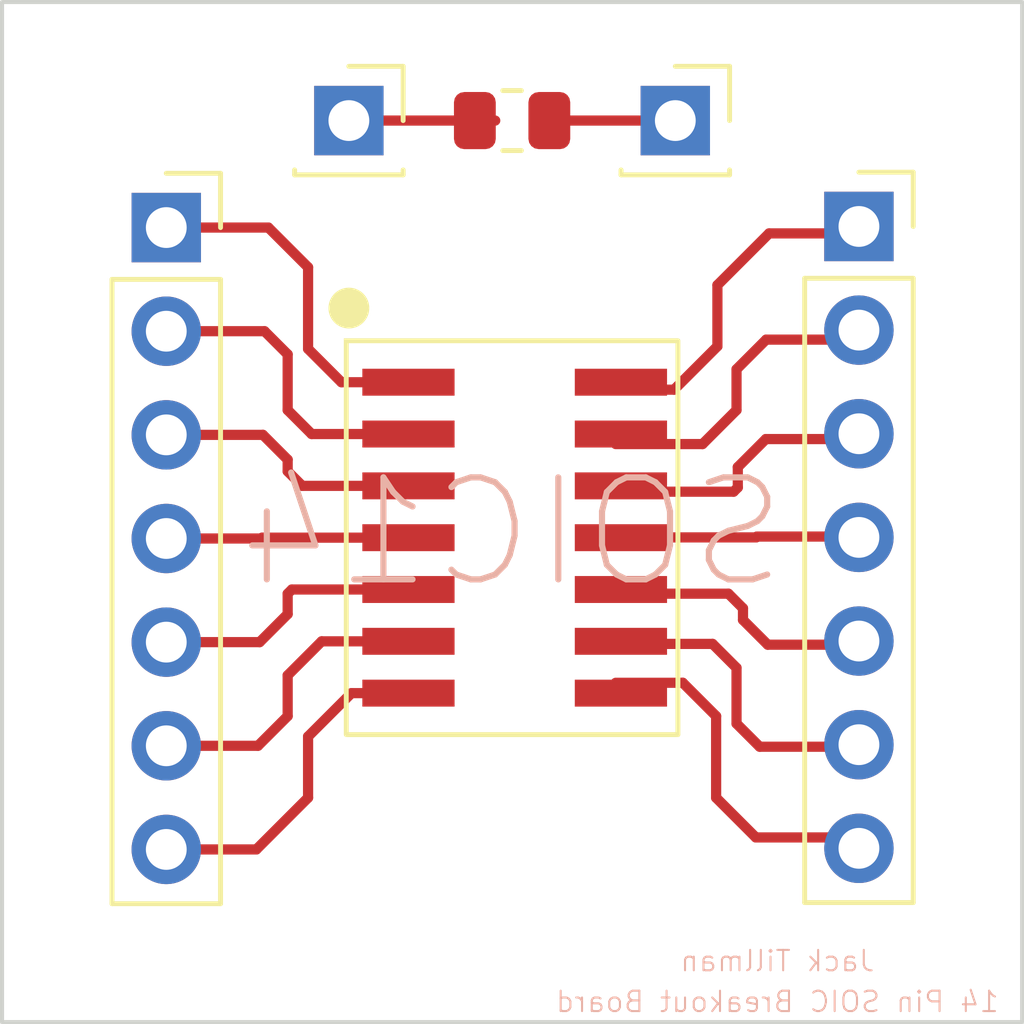
<source format=kicad_pcb>
(kicad_pcb (version 20211014) (generator pcbnew)
  (layers (0 "F.Cu" signal) (31 "B.Cu" signal) (34 "B.Paste" user) (35 "F.Paste" user) (36 "B.SilkS" user "B.Silkscreen") (37 "F.SilkS" user "F.Silkscreen") (38 "B.Mask" user) (39 "F.Mask" user) (44 "Edge.Cuts" user))
  (net 0 "")
  (net 1 "Net-(J1-Pad1)")
  (net 2 "Net-(J1-Pad2)")
  (net 3 "Net-(J1-Pad3)")
  (net 4 "Net-(J1-Pad4)")
  (net 5 "Net-(J3-Pad1)")
  (net 6 "Net-(J4-Pad1)")
  (net 7 "Net-(J1-Pad5)")
  (net 8 "Net-(J1-Pad6)")
  (net 9 "Net-(J1-Pad7)")
  (net 10 "Net-(J2-Pad1)")
  (net 11 "Net-(J2-Pad2)")
  (net 12 "Net-(J2-Pad3)")
  (net 13 "Net-(J2-Pad4)")
  (net 14 "Net-(J2-Pad5)")
  (net 15 "Net-(J2-Pad6)")
  (net 16 "Net-(J2-Pad7)")
  (footprint "Connector_PinSocket_2.54mm:PinSocket_1x07_P2.54mm_Vertical" (layer "F.Cu") (at 146.025 94.027)
    (fp_text reference "J1" hide)
    (fp_text value "Conn_01x07" hide)
    (fp_line (start 1.33 -1.33) (end 1.33 0) (layer "F.SilkS") (width 0.12))
    (fp_line (start -1.33 1.27) (end 1.33 1.27) (layer "F.SilkS") (width 0.12))
    (fp_line (start -1.33 1.27) (end -1.33 16.57) (layer "F.SilkS") (width 0.12))
    (fp_line (start 1.33 1.27) (end 1.33 16.57) (layer "F.SilkS") (width 0.12))
    (fp_line (start -1.33 16.57) (end 1.33 16.57) (layer "F.SilkS") (width 0.12))
    (fp_line (start 0 -1.33) (end 1.33 -1.33) (layer "F.SilkS") (width 0.12))
    (pad "1" thru_hole rect (at 0 0) (size 1.7 1.7) (drill 1) (layers *.Cu *.Mask) (net 1 "Net-(J1-Pad1)"))
    (pad "2" thru_hole oval (at 0 2.54) (size 1.7 1.7) (drill 1) (layers *.Cu *.Mask) (net 2 "Net-(J1-Pad2)"))
    (pad "3" thru_hole oval (at 0 5.08) (size 1.7 1.7) (drill 1) (layers *.Cu *.Mask) (net 3 "Net-(J1-Pad3)"))
    (pad "4" thru_hole oval (at 0 7.62) (size 1.7 1.7) (drill 1) (layers *.Cu *.Mask) (net 4 "Net-(J1-Pad4)"))
    (pad "5" thru_hole oval (at 0 10.16) (size 1.7 1.7) (drill 1) (layers *.Cu *.Mask) (net 7 "Net-(J1-Pad5)"))
    (pad "6" thru_hole oval (at 0 12.7) (size 1.7 1.7) (drill 1) (layers *.Cu *.Mask) (net 8 "Net-(J1-Pad6)"))
    (pad "7" thru_hole oval (at 0 15.24) (size 1.7 1.7) (drill 1) (layers *.Cu *.Mask) (net 9 "Net-(J1-Pad7)"))
  )
  (footprint "SOIC_Footprints:14_Pin_SOIC_Board" (layer "F.Cu") (at 154.627 101.5)
    (fp_text reference "SOIC14" (at -0.126 0 unlocked) (layer "B.SilkS") (effects (font (size 2.5 2.5)) (justify mirror)))
    (fp_text value "14_Pin_SOIC_Board" hide)
    (fp_rect (start -4.191 -4.699) (end 3.937 4.953) (layer "F.SilkS") (width 0.12) (fill none))
    (pad "1" smd rect (at -2.667 -3.683) (size 2.2606 0.6604) (layers "F.Cu" "F.Paste" "F.Mask") (net 1 "Net-(J1-Pad1)"))
    (pad "2" smd rect (at -2.667 -2.413) (size 2.2606 0.6604) (layers "F.Cu" "F.Paste" "F.Mask") (net 2 "Net-(J1-Pad2)"))
    (pad "3" smd rect (at -2.667 -1.143) (size 2.2606 0.6604) (layers "F.Cu" "F.Paste" "F.Mask") (net 3 "Net-(J1-Pad3)"))
    (pad "4" smd rect (at -2.667 0.127) (size 2.2606 0.6604) (layers "F.Cu" "F.Paste" "F.Mask") (net 4 "Net-(J1-Pad4)"))
    (pad "5" smd rect (at -2.667 1.397) (size 2.2606 0.6604) (layers "F.Cu" "F.Paste" "F.Mask") (net 7 "Net-(J1-Pad5)"))
    (pad "6" smd rect (at -2.667 2.667) (size 2.2606 0.6604) (layers "F.Cu" "F.Paste" "F.Mask") (net 8 "Net-(J1-Pad6)"))
    (pad "7" smd rect (at -2.667 3.937) (size 2.2606 0.6604) (layers "F.Cu" "F.Paste" "F.Mask") (net 9 "Net-(J1-Pad7)"))
    (pad "8" smd rect (at 2.54 3.937) (size 2.2606 0.6604) (layers "F.Cu" "F.Paste" "F.Mask") (net 16 "Net-(J2-Pad7)"))
    (pad "9" smd rect (at 2.54 2.667) (size 2.2606 0.6604) (layers "F.Cu" "F.Paste" "F.Mask") (net 15 "Net-(J2-Pad6)"))
    (pad "10" smd rect (at 2.54 1.397) (size 2.2606 0.6604) (layers "F.Cu" "F.Paste" "F.Mask") (net 14 "Net-(J2-Pad5)"))
    (pad "11" smd rect (at 2.54 0.127) (size 2.2606 0.6604) (layers "F.Cu" "F.Paste" "F.Mask") (net 13 "Net-(J2-Pad4)"))
    (pad "12" smd rect (at 2.54 -1.143) (size 2.2606 0.6604) (layers "F.Cu" "F.Paste" "F.Mask") (net 12 "Net-(J2-Pad3)"))
    (pad "13" smd rect (at 2.54 -2.413) (size 2.2606 0.6604) (layers "F.Cu" "F.Paste" "F.Mask") (net 11 "Net-(J2-Pad2)"))
    (pad "14" smd rect (at 2.54 -3.683) (size 2.2606 0.6604) (layers "F.Cu" "F.Paste" "F.Mask") (net 10 "Net-(J2-Pad1)"))
  )
  (footprint "Connector_PinSocket_2.54mm:PinSocket_1x01_P2.54mm_Vertical" (layer "F.Cu") (at 158.5 91.405)
    (fp_text reference "J3" hide)
    (fp_text value "Conn_01x01" hide)
    (fp_line (start 0 -1.33) (end 1.33 -1.33) (layer "F.SilkS") (width 0.12))
    (fp_line (start -1.33 1.33) (end 1.33 1.33) (layer "F.SilkS") (width 0.12))
    (fp_line (start 1.33 -1.33) (end 1.33 0) (layer "F.SilkS") (width 0.12))
    (fp_line (start 1.33 1.21) (end 1.33 1.33) (layer "F.SilkS") (width 0.12))
    (fp_line (start -1.33 1.21) (end -1.33 1.33) (layer "F.SilkS") (width 0.12))
    (pad "1" thru_hole rect (at 0 0) (size 1.7 1.7) (drill 1) (layers *.Cu *.Mask) (net 5 "Net-(J3-Pad1)"))
  )
  (footprint "Resistor_SMD:R_0805_2012Metric" (layer "F.Cu") (at 154.5 91.405)
    (fp_text reference "R1" hide)
    (fp_text value "R_US" hide)
    (fp_line (start -0.227064 0.735) (end 0.227064 0.735) (layer "F.SilkS") (width 0.12))
    (fp_line (start -0.227064 -0.735) (end 0.227064 -0.735) (layer "F.SilkS") (width 0.12))
    (pad "1" smd roundrect (at -0.9125 0) (size 1.025 1.4) (layers "F.Cu" "F.Paste" "F.Mask") (roundrect_rratio 0.243902) (net 6 "Net-(J4-Pad1)"))
    (pad "2" smd roundrect (at 0.9125 0) (size 1.025 1.4) (layers "F.Cu" "F.Paste" "F.Mask") (roundrect_rratio 0.243902) (net 5 "Net-(J3-Pad1)"))
  )
  (footprint "Connector_PinSocket_2.54mm:PinSocket_1x01_P2.54mm_Vertical" (layer "F.Cu") (at 150.5 91.405)
    (fp_text reference "J4" hide)
    (fp_text value "Conn_01x01" hide)
    (fp_line (start -1.33 1.33) (end 1.33 1.33) (layer "F.SilkS") (width 0.12))
    (fp_line (start 1.33 1.21) (end 1.33 1.33) (layer "F.SilkS") (width 0.12))
    (fp_line (start 1.33 -1.33) (end 1.33 0) (layer "F.SilkS") (width 0.12))
    (fp_line (start 0 -1.33) (end 1.33 -1.33) (layer "F.SilkS") (width 0.12))
    (fp_line (start -1.33 1.21) (end -1.33 1.33) (layer "F.SilkS") (width 0.12))
    (pad "1" thru_hole rect (at 0 0) (size 1.7 1.7) (drill 1) (layers *.Cu *.Mask) (net 6 "Net-(J4-Pad1)"))
  )
  (footprint "Connector_PinSocket_2.54mm:PinSocket_1x07_P2.54mm_Vertical" (layer "F.Cu") (at 163 94)
    (fp_text reference "J2" hide)
    (fp_text value "Conn_01x07" hide)
    (fp_line (start -1.33 16.57) (end 1.33 16.57) (layer "F.SilkS") (width 0.12))
    (fp_line (start -1.33 1.27) (end -1.33 16.57) (layer "F.SilkS") (width 0.12))
    (fp_line (start 1.33 -1.33) (end 1.33 0) (layer "F.SilkS") (width 0.12))
    (fp_line (start 1.33 1.27) (end 1.33 16.57) (layer "F.SilkS") (width 0.12))
    (fp_line (start 0 -1.33) (end 1.33 -1.33) (layer "F.SilkS") (width 0.12))
    (fp_line (start -1.33 1.27) (end 1.33 1.27) (layer "F.SilkS") (width 0.12))
    (pad "1" thru_hole rect (at 0 0) (size 1.7 1.7) (drill 1) (layers *.Cu *.Mask) (net 10 "Net-(J2-Pad1)"))
    (pad "2" thru_hole oval (at 0 2.54) (size 1.7 1.7) (drill 1) (layers *.Cu *.Mask) (net 11 "Net-(J2-Pad2)"))
    (pad "3" thru_hole oval (at 0 5.08) (size 1.7 1.7) (drill 1) (layers *.Cu *.Mask) (net 12 "Net-(J2-Pad3)"))
    (pad "4" thru_hole oval (at 0 7.62) (size 1.7 1.7) (drill 1) (layers *.Cu *.Mask) (net 13 "Net-(J2-Pad4)"))
    (pad "5" thru_hole oval (at 0 10.16) (size 1.7 1.7) (drill 1) (layers *.Cu *.Mask) (net 14 "Net-(J2-Pad5)"))
    (pad "6" thru_hole oval (at 0 12.7) (size 1.7 1.7) (drill 1) (layers *.Cu *.Mask) (net 15 "Net-(J2-Pad6)"))
    (pad "7" thru_hole oval (at 0 15.24) (size 1.7 1.7) (drill 1) (layers *.Cu *.Mask) (net 16 "Net-(J2-Pad7)"))
  )
  (gr_circle (center 150.5 96) (end 150.9 96) (layer "F.SilkS") (width 0.2) (fill solid))
  (gr_rect (start 142 88.5) (end 167 113.5) (layer "Edge.Cuts") (width 0.1) (fill none))
  (gr_text "14 Pin SOIC Breakout Board" (at 161 113) (layer "B.SilkS") (effects (font (size 0.5 0.5) (thickness 0.05)) (justify mirror)))
  (gr_text "Jack Tillman" (at 161 112) (layer "B.SilkS") (effects (font (size 0.5 0.5) (thickness 0.05)) (justify mirror)))
  (segment (start 149.5 97) (end 150.317 97.817) (width 0.25) (layer "F.Cu") (net 1))
  (segment (start 148.527 94.027) (end 149.5 95) (width 0.25) (layer "F.Cu") (net 1))
  (segment (start 149.5 95) (end 149.5 97) (width 0.25) (layer "F.Cu") (net 1))
  (segment (start 150.317 97.817) (end 151.96 97.817) (width 0.25) (layer "F.Cu") (net 1))
  (segment (start 146.025 94.027) (end 148.527 94.027) (width 0.25) (layer "F.Cu") (net 1))
  (segment (start 149 97.134) (end 149 98.5) (width 0.25) (layer "F.Cu") (net 2))
  (segment (start 149 98.5) (end 149.587 99.087) (width 0.25) (layer "F.Cu") (net 2))
  (segment (start 146.025 96.567) (end 148.433 96.567) (width 0.25) (layer "F.Cu") (net 2))
  (segment (start 149.587 99.087) (end 151.96 99.087) (width 0.25) (layer "F.Cu") (net 2))
  (segment (start 148.433 96.567) (end 149 97.134) (width 0.25) (layer "F.Cu") (net 2))
  (segment (start 149.357 100.357) (end 151.96 100.357) (width 0.25) (layer "F.Cu") (net 3))
  (segment (start 149 100) (end 149.357 100.357) (width 0.25) (layer "F.Cu") (net 3))
  (segment (start 149 99.714) (end 149 100) (width 0.25) (layer "F.Cu") (net 3))
  (segment (start 148.393 99.107) (end 149 99.714) (width 0.25) (layer "F.Cu") (net 3))
  (segment (start 146.025 99.107) (end 148.393 99.107) (width 0.25) (layer "F.Cu") (net 3))
  (segment (start 148.373 101.627) (end 151.96 101.627) (width 0.25) (layer "F.Cu") (net 4))
  (segment (start 148.353 101.647) (end 148.373 101.627) (width 0.25) (layer "F.Cu") (net 4))
  (segment (start 146.025 101.647) (end 148.353 101.647) (width 0.25) (layer "F.Cu") (net 4))
  (segment (start 155.9115 91.405) (end 159 91.405) (width 0.25) (layer "F.Cu") (net 5))
  (segment (start 151 91.405) (end 154.0865 91.405) (width 0.25) (layer "F.Cu") (net 6))
  (segment (start 149 103) (end 149.103 102.897) (width 0.25) (layer "F.Cu") (net 7))
  (segment (start 149.103 102.897) (end 151.96 102.897) (width 0.25) (layer "F.Cu") (net 7))
  (segment (start 146.025 104.187) (end 148.313 104.187) (width 0.25) (layer "F.Cu") (net 7))
  (segment (start 148.313 104.187) (end 149 103.5) (width 0.25) (layer "F.Cu") (net 7))
  (segment (start 149 103.5) (end 149 103) (width 0.25) (layer "F.Cu") (net 7))
  (segment (start 148.273 106.727) (end 149 106) (width 0.25) (layer "F.Cu") (net 8))
  (segment (start 149 106) (end 149 105) (width 0.25) (layer "F.Cu") (net 8))
  (segment (start 149.833 104.167) (end 151.96 104.167) (width 0.25) (layer "F.Cu") (net 8))
  (segment (start 146.025 106.727) (end 148.273 106.727) (width 0.25) (layer "F.Cu") (net 8))
  (segment (start 149 105) (end 149.833 104.167) (width 0.25) (layer "F.Cu") (net 8))
  (segment (start 148.233 109.267) (end 149.5 108) (width 0.25) (layer "F.Cu") (net 9))
  (segment (start 150.563 105.437) (end 151.96 105.437) (width 0.25) (layer "F.Cu") (net 9))
  (segment (start 149.5 106.5) (end 150.563 105.437) (width 0.25) (layer "F.Cu") (net 9))
  (segment (start 149.5 108) (end 149.5 106.5) (width 0.25) (layer "F.Cu") (net 9))
  (segment (start 146.025 109.267) (end 148.233 109.267) (width 0.25) (layer "F.Cu") (net 9))
  (segment (start 159.5315 96.937) (end 158.4685 98) (width 0.25) (layer "F.Cu") (net 10))
  (segment (start 163.0065 94.17) (end 160.7985 94.17) (width 0.25) (layer "F.Cu") (net 10))
  (segment (start 158.4685 98) (end 157.0715 98) (width 0.25) (layer "F.Cu") (net 10))
  (segment (start 160.7985 94.17) (end 159.5315 95.437) (width 0.25) (layer "F.Cu") (net 10))
  (segment (start 159.5315 95.437) (end 159.5315 96.937) (width 0.25) (layer "F.Cu") (net 10))
  (segment (start 160 97.5) (end 160 98.5) (width 0.25) (layer "F.Cu") (net 11))
  (segment (start 160.727 96.773) (end 160 97.5) (width 0.25) (layer "F.Cu") (net 11))
  (segment (start 159.167 99.333) (end 157.04 99.333) (width 0.25) (layer "F.Cu") (net 11))
  (segment (start 162.975 96.773) (end 160.727 96.773) (width 0.25) (layer "F.Cu") (net 11))
  (segment (start 160 98.5) (end 159.167 99.333) (width 0.25) (layer "F.Cu") (net 11))
  (segment (start 159.9285 100.5) (end 157.0715 100.5) (width 0.25) (layer "F.Cu") (net 12))
  (segment (start 160.0315 100.397) (end 159.9285 100.5) (width 0.25) (layer "F.Cu") (net 12))
  (segment (start 163.0065 99.21) (end 160.7185 99.21) (width 0.25) (layer "F.Cu") (net 12))
  (segment (start 160.0315 99.897) (end 160.0315 100.397) (width 0.25) (layer "F.Cu") (net 12))
  (segment (start 160.7185 99.21) (end 160.0315 99.897) (width 0.25) (layer "F.Cu") (net 12))
  (segment (start 160.48 101.62) (end 156.893 101.62) (width 0.25) (layer "F.Cu") (net 13))
  (segment (start 160.5 101.6) (end 160.48 101.62) (width 0.25) (layer "F.Cu") (net 13))
  (segment (start 162.828 101.6) (end 160.5 101.6) (width 0.25) (layer "F.Cu") (net 13))
  (segment (start 160.7655 104.25) (end 160.1585 103.643) (width 0.25) (layer "F.Cu") (net 14))
  (segment (start 159.8015 103) (end 157.1985 103) (width 0.25) (layer "F.Cu") (net 14))
  (segment (start 160.1585 103.643) (end 160.1585 103.357) (width 0.25) (layer "F.Cu") (net 14))
  (segment (start 163.1335 104.25) (end 160.7655 104.25) (width 0.25) (layer "F.Cu") (net 14))
  (segment (start 160.1585 103.357) (end 159.8015 103) (width 0.25) (layer "F.Cu") (net 14))
  (segment (start 160 104.817) (end 159.413 104.23) (width 0.25) (layer "F.Cu") (net 15))
  (segment (start 160.567 106.75) (end 160 106.183) (width 0.25) (layer "F.Cu") (net 15))
  (segment (start 160 106.183) (end 160 104.817) (width 0.25) (layer "F.Cu") (net 15))
  (segment (start 162.975 106.75) (end 160.567 106.75) (width 0.25) (layer "F.Cu") (net 15))
  (segment (start 159.413 104.23) (end 157.04 104.23) (width 0.25) (layer "F.Cu") (net 15))
  (segment (start 159.5 106) (end 158.683 105.183) (width 0.25) (layer "F.Cu") (net 16))
  (segment (start 158.683 105.183) (end 157.04 105.183) (width 0.25) (layer "F.Cu") (net 16))
  (segment (start 162.975 108.973) (end 160.473 108.973) (width 0.25) (layer "F.Cu") (net 16))
  (segment (start 160.473 108.973) (end 159.5 108) (width 0.25) (layer "F.Cu") (net 16))
  (segment (start 159.5 108) (end 159.5 106) (width 0.25) (layer "F.Cu") (net 16))
)
</source>
